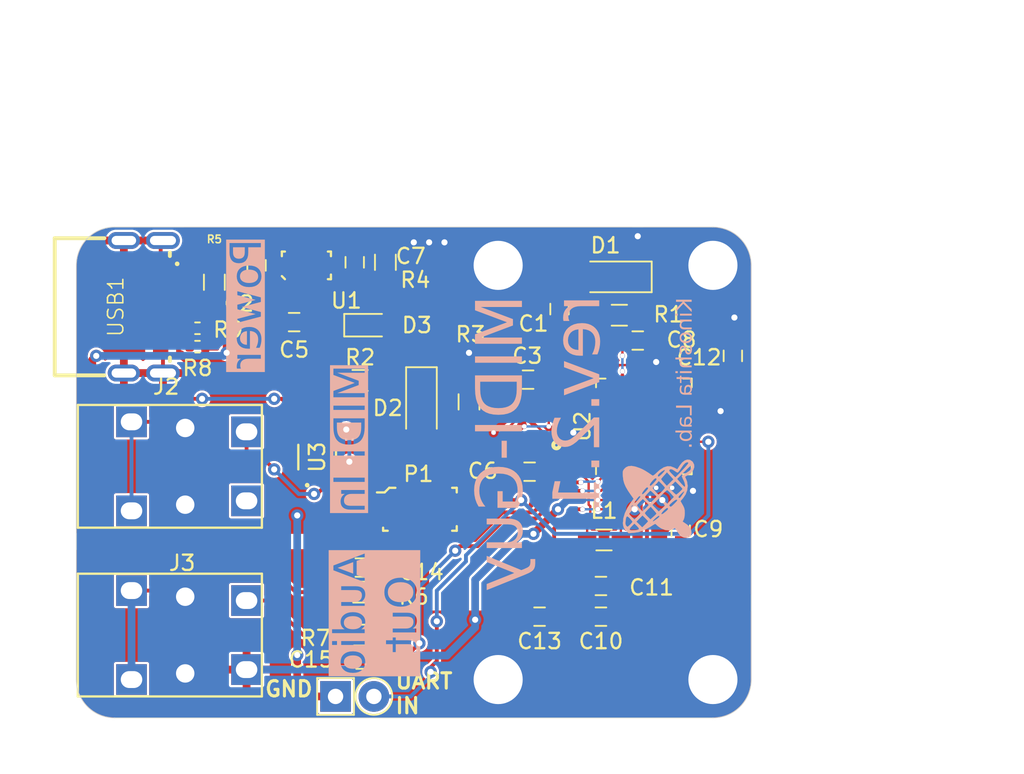
<source format=kicad_pcb>
(kicad_pcb (version 20240108) (generator "pcbnew") (generator_version "8.0")
  (layers (0 "F.Cu" signal) (31 "B.Cu" signal) (34 "B.Paste" user) (35 "F.Paste" user) (36 "B.SilkS" user "B.Silkscreen") (37 "F.SilkS" user "F.Silkscreen") (38 "B.Mask" user) (39 "F.Mask" user) (44 "Edge.Cuts" user))
  (net 0 "")
  (net 1 "Net-(D1-A)")
  (net 2 "GND")
  (net 3 "+3V3")
  (net 4 "Net-(U2D-X1)")
  (net 5 "GNDA")
  (net 6 "Net-(U1-NOISE)")
  (net 7 "Net-(C14-Pad1)")
  (net 8 "Net-(U2D-X2)")
  (net 9 "Net-(C15-Pad1)")
  (net 10 "Net-(U2D-OUTVC12)")
  (net 11 "Net-(U2C-MICIN)")
  (net 12 "Net-(U2C-VCM)")
  (net 13 "Net-(U2C-AOUTL)")
  (net 14 "Net-(U2C-AOUTR)")
  (net 15 "Net-(D2-K)")
  (net 16 "Net-(U2B-MIDI_IN)")
  (net 35 "Net-(D3-A)")
  (net 36 "Net-(U1-CONTROL)")
  (net 37 "Net-(U2A-VA33)")
  (net 38 "Net-(USB1-CC2)")
  (net 39 "Net-(USB1-CC1)")
  (net 47 "A1")
  (net 48 "in_R")
  (net 49 "in_T")
  (net 50 "C1")
  (footprint "Capacitors_SMD:C_0603_HandSoldering" (layer "F.Cu") (at 70.2 49.2 180)
    (property "Reference" "C5")
    (property "Value" "0.01u")
  )
  (footprint "Capacitors_SMD:C_0603_HandSoldering" (layer "F.Cu") (at 74.15 45.3 -90)
    (property "Reference" "C7")
    (property "Value" "10u")
  )
  (footprint "Capacitors_SMD:C_0603_HandSoldering" (layer "F.Cu") (at 87.5 48.35 -90)
    (property "Reference" "C1")
    (property "Value" "1u")
  )
  (footprint "Capacitors_SMD:C_0603_HandSoldering" (layer "F.Cu") (at 85.45 52.95 180)
    (property "Reference" "C3")
    (property "Value" "10p")
  )
  (footprint "Capacitors_SMD:C_0603_HandSoldering" (layer "F.Cu") (at 85.55 58.95 180)
    (property "Reference" "C6")
    (property "Value" "10p")
  )
  (footprint "Capacitors_SMD:C_0603_HandSoldering" (layer "F.Cu") (at 90.2 68.4 180)
    (property "Reference" "C10")
    (property "Value" "1u")
  )
  (footprint "Capacitors_SMD:C_0603_HandSoldering" (layer "F.Cu") (at 86.2 68.4)
    (property "Reference" "C13")
    (property "Value" "0.1u")
  )
  (footprint "Capacitors_SMD:C_0603_HandSoldering" (layer "F.Cu") (at 95.4 62.8 -90)
    (property "Reference" "C9")
    (property "Value" "0.1u")
  )
  (footprint "Capacitors_SMD:C_0603_HandSoldering" (layer "F.Cu") (at 74.55 65.2)
    (property "Reference" "C14")
    (property "Value" "10u")
  )
  (footprint "Capacitors_SMD:C_0603_HandSoldering" (layer "F.Cu") (at 74.6 71.2)
    (property "Reference" "C15")
    (property "Value" "10u")
  )
  (footprint "Capacitors_SMD:C_0603_HandSoldering" (layer "F.Cu") (at 90.2 66.4)
    (property "Reference" "C11")
    (property "Value" "0.1u")
  )
  (footprint "Capacitors_SMD:C_0603_HandSoldering" (layer "F.Cu") (at 98.8 51.4 -90)
    (property "Reference" "C12")
    (property "Value" "0.1u")
  )
  (footprint "Capacitors_SMD:C_0603_HandSoldering" (layer "F.Cu") (at 92.6 50.4)
    (property "Reference" "C8")
    (property "Value" "4.7u")
  )
  (footprint "Diode_SMD:D_SOD-123" (layer "F.Cu") (at 91.15 46.25 180)
    (property "Reference" "D1")
    (property "Value" "SM4007PL")
  )
  (footprint "Diode_SMD:D_SOD-123" (layer "F.Cu") (at 78.5 54.5 -90)
    (property "Reference" "D2")
    (property "Value" "SM4007PL")
  )
  (footprint "Inductors_SMD:L_0603_HandSoldering" (layer "F.Cu") (at 90.4 63.4)
    (property "Reference" "L1")
    (property "Value" "GZ1608D222TF")
  )
  (footprint "mylib:TLP291" (layer "F.Cu") (at 78.4 61.4 -90)
    (property "Reference" "P1")
    (property "Value" "TLP291(GB-TP,SE")
  )
  (footprint "Resistors_SMD:R_0603_HandSoldering" (layer "F.Cu") (at 74.5 53 180)
    (property "Reference" "R2")
    (property "Value" "220")
  )
  (footprint "Resistors_SMD:R_0603_HandSoldering" (layer "F.Cu") (at 91.4 48.75 180)
    (property "Reference" "R1")
    (property "Value" "10k")
  )
  (footprint "Resistors_SMD:R_0603_HandSoldering" (layer "F.Cu") (at 76.15 45.3 -90)
    (property "Reference" "R4")
    (property "Value" "1k")
  )
  (footprint "mylib:TAR5S33_Akizuki_Toshiba_SSOP5" (layer "F.Cu") (at 71 45.5)
    (property "Reference" "U1")
    (property "Value" "TAR5S33")
  )
  (footprint "my_footprint:SAM2695_QFN-48-6x6mm_Pitch0.4mm" (layer "F.Cu") (at 93 56 90)
    (property "Reference" "U2")
    (property "Value" "SAM2695")
  )
  (footprint "snapeda:OSCSC320X250X100N" (layer "F.Cu") (at 85.55 55.95 180)
    (property "Reference" "Y1" (hide yes))
    (property "Value" "TAXM12M4RDBCCT2T" (hide yes))
  )
  (footprint "Capacitors_SMD:C_0603_HandSoldering" (layer "F.Cu") (at 67.75 45.5 -90)
    (property "Reference" "C2")
    (property "Value" "10u")
  )
  (footprint "Resistors_SMD:R_0603_HandSoldering" (layer "F.Cu") (at 74.55 66.8 180)
    (property "Reference" "R6")
    (property "Value" "47k")
  )
  (footprint "Resistors_SMD:R_0603_HandSoldering" (layer "F.Cu") (at 74.6 69.6 180)
    (property "Reference" "R7")
    (property "Value" "47k")
  )
  (footprint "Resistors_SMD:R_0603_HandSoldering" (layer "F.Cu") (at 65 46.6 90)
    (property "Reference" "R5")
    (property "Value" "0")
  )
  (footprint "Resistors_SMD:R_0603_HandSoldering" (layer "F.Cu") (at 81.6 54.4 90)
    (property "Reference" "R3")
    (property "Value" "220")
  )
  (footprint "Mounting_Holes:MountingHole_3.2mm_M3_DIN965" (layer "F.Cu") (at 97.5 45.5)
    (property "Reference" "REFe" (hide yes))
    (property "Value" "MountingHole_3.2mm_M3_DIN965" (hide yes))
  )
  (footprint "Mounting_Holes:MountingHole_3.2mm_M3_DIN965" (layer "F.Cu") (at 83.5 72.5)
    (property "Reference" "REF**" (hide yes))
    (property "Value" "MountingHole_3.2mm_M3_DIN965" (hide yes))
  )
  (footprint "Mounting_Holes:MountingHole_3.2mm_M3_DIN965" (layer "F.Cu") (at 97.5 72.5)
    (property "Reference" "REF**" (hide yes))
    (property "Value" "MountingHole_3.2mm_M3_DIN965" (hide yes))
  )
  (footprint "Revbox_lib:HRO TYPE-C-31-M-08A" (layer "F.Cu") (at 60.375 48.2 -90)
    (property "Reference" "USB1")
    (property "Value" "~")
  )
  (footprint "Mounting_Holes:MountingHole_3.2mm_M3_DIN965" (layer "F.Cu") (at 83.5 45.5)
    (property "Reference" "REFe" (hide yes))
    (property "Value" "MountingHole_3.2mm_M3_DIN965" (hide yes))
  )
  (footprint "Resistor_SMD:R_0402_1005Metric" (layer "F.Cu") (at 63.9 50.8 180)
    (property "Reference" "R8")
    (property "Value" "5.1k")
  )
  (footprint "Resistor_SMD:R_0402_1005Metric" (layer "F.Cu") (at 63.9 49.6)
    (property "Reference" "R9")
    (property "Value" "5.1k")
  )
  (footprint "LED_SMD:LED_0603_1608Metric_Pad1.05x0.95mm_HandSolder" (layer "F.Cu") (at 75.125 49.4)
    (property "Reference" "D3")
    (property "Value" "LED")
  )
  (footprint "ultra_librarian:SOT-363_DIO" (layer "F.Cu") (at 71.7 58 90)
    (property "Reference" "U3")
    (property "Value" "BAS40DW-04-7-F")
  )
  (footprint "TestPoint:TestPoint_THTPad_2.0x2.0mm_Drill1.0mm" (layer "F.Cu") (at 72.9 73.6)
    (property "Reference" "TP2" (hide yes))
    (property "Value" "TestPoint")
  )
  (footprint "my_footprint:3.5mm_Stereo_TRS_PJ-3210-4A_and_ST-005-G" (layer "F.Cu") (at 56.1 69.6)
    (property "Reference" "J3")
    (property "Value" "AudioJack3")
  )
  (footprint "my_footprint:3.5mm_Stereo_TRS_PJ-3210-4A_and_ST-005-G" (layer "F.Cu") (at 56.1 58.6)
    (property "Reference" "J2")
    (property "Value" "AudioJack3")
  )
  (footprint "TestPoint:TestPoint_THTPad_D2.0mm_Drill1.0mm" (layer "F.Cu") (at 75.4 73.6)
    (property "Reference" "TP1" (hide yes))
    (property "Value" "TestPoint")
  )
  (footprint "my_footprint:kinoshita-logo_simplified_600dpi" (layer "B.Cu") (at 93.95 60.7 -90)
    (property "Reference" "G***" (hide yes))
    (property "Value" "LOGO" (hide yes))
  )
  (gr_poly (pts (xy 89.62 58.32) (xy 89.83 58.32) (xy 89.83 58.08) (xy 89.62 58.08)) (fill solid) (layer "F.Cu") (net 2))
  (gr_poly (pts (xy 89.61 57.12) (xy 89.82 57.12) (xy 89.82 56.88) (xy 89.61 56.88)) (fill solid) (layer "F.Cu") (net 2))
  (gr_poly (pts (xy 91.32 52.81) (xy 91.32 52.6) (xy 91.08 52.6) (xy 91.08 52.81)) (fill solid) (layer "F.Cu") (net 3))
  (gr_poly (pts (xy 96.4 58.08) (xy 96.19 58.08) (xy 96.19 58.32) (xy 96.4 58.32)) (fill solid) (layer "F.Cu") (net 2))
  (gr_poly (pts (xy 92.12 52.81) (xy 92.12 52.6) (xy 91.88 52.6) (xy 91.88 52.81)) (fill solid) (layer "F.Cu") (net 20))
  (gr_poly (pts (xy 91.08 59.19) (xy 91.08 59.4) (xy 91.32 59.4) (xy 91.32 59.19)) (fill solid) (layer "F.Cu") (net 14))
  (gr_poly (pts (xy 89.6 54.72) (xy 89.81 54.72) (xy 89.81 54.48) (xy 89.6 54.48)) (fill solid) (layer "F.Cu") (net 4))
  (gr_poly (pts (xy 89.6 55.92) (xy 89.81 55.92) (xy 89.81 55.68) (xy 89.6 55.68)) (fill solid) (layer "F.Cu") (net 19))
  (gr_poly (pts (xy 93.08 59.19) (xy 93.08 59.4) (xy 93.32 59.4) (xy 93.32 59.19)) (fill solid) (layer "F.Cu") (net 11))
  (gr_poly (pts (xy 96.4 55.68) (xy 96.19 55.68) (xy 96.19 55.92) (xy 96.4 55.92)) (fill solid) (layer "F.Cu") (net 31))
  (gr_poly (pts (xy 91.48 59.19) (xy 91.48 59.4) (xy 91.72 59.4) (xy 91.72 59.19)) (fill solid) (layer "F.Cu") (net 33))
  (gr_poly (pts (xy 90.92 52.81) (xy 90.92 52.6) (xy 90.68 52.6) (xy 90.68 52.81)) (fill solid) (layer "F.Cu") (net 2))
  (gr_poly (pts (xy 96.4 57.28) (xy 96.19 57.28) (xy 96.19 57.52) (xy 96.4 57.52)) (fill solid) (layer "F.Cu") (net 2))
  (gr_poly (pts (xy 93.88 59.19) (xy 93.88 59.4) (xy 94.12 59.4) (xy 94.12 59.19)) (fill solid) (layer "F.Cu") (net 2))
  (gr_poly (pts (xy 94.12 52.81) (xy 94.12 52.6) (xy 93.88 52.6) (xy 93.88 52.81)) (fill solid) (layer "F.Cu") (net 24))
  (gr_poly (pts (xy 96.4 56.88) (xy 96.19 56.88) (xy 96.19 57.12) (xy 96.4 57.12)) (fill solid) (layer "F.Cu") (net 16))
  (gr_poly (pts (xy 92.68 59.19) (xy 92.68 59.4) (xy 92.92 59.4) (xy 92.92 59.19)) (fill solid) (layer "F.Cu") (net 37))
  (gr_poly (pts (xy 89.61 56.72) (xy 89.82 56.72) (xy 89.82 56.48) (xy 89.61 56.48)) (fill solid) (layer "F.Cu") (net 17))
  (gr_poly (pts (xy 93.48 59.19) (xy 93.48 59.4) (xy 93.72 59.4) (xy 93.72 59.19)) (fill solid) (layer "F.Cu") (net 3))
  (gr_poly (pts (xy 94.92 52.81) (xy 94.92 52.6) (xy 94.68 52.6) (xy 94.68 52.81)) (fill solid) (layer "F.Cu") (net 26))
  (gr_poly (pts (xy 94.68 59.19) (xy 94.68 59.4) (xy 94.92 59.4) (xy 94.92 59.19)) (fill solid) (layer "F.Cu") (net 3))
  (gr_poly (pts (xy 89.6 55.12) (xy 89.81 55.12) (xy 89.81 54.88) (xy 89.6 54.88)) (fill solid) (layer "F.Cu") (net 8))
  (gr_poly (pts (xy 93.72 52.81) (xy 93.72 52.6) (xy 93.48 52.6) (xy 93.48 52.81)) (fill solid) (layer "F.Cu") (net 23))
  (gr_poly (pts (xy 96.4 56.48) (xy 96.19 56.48) (xy 96.19 56.72) (xy 96.4 56.72)) (fill solid) (layer "F.Cu") (net 32))
  (gr_poly (pts (xy 91.88 59.18) (xy 91.88 59.39) (xy 92.12 59.39) (xy 92.12 59.18)) (fill solid) (layer "F.Cu") (net 5))
  (gr_poly (pts (xy 89.6 57.92) (xy 89.81 57.92) (xy 89.81 57.68) (xy 89.6 57.68)) (fill solid) (layer "F.Cu") (net 3))
  (gr_poly (pts (xy 92.52 52.81) (xy 92.52 52.6) (xy 92.28 52.6) (xy 92.28 52.81)) (fill solid) (layer "F.Cu") (net 21))
  (gr_poly (pts (xy 92.28 59.19) (xy 92.28 59.4) (xy 92.52 59.4) (xy 92.52 59.19)) (fill solid) (layer "F.Cu") (net 12))
  (gr_poly (pts (xy 94.52 52.81) (xy 94.52 52.6) (xy 94.28 52.6) (xy 94.28 52.81)) (fill solid) (layer "F.Cu") (net 25))
  (gr_poly (pts (xy 96.4 54.48) (xy 96.19 54.48) (xy 96.19 54.72) (xy 96.4 54.72)) (fill solid) (layer "F.Cu") (net 29))
  (gr_poly (pts (xy 89.6 54.32) (xy 89.81 54.32) (xy 89.81 54.08) (xy 89.6 54.08)) (fill solid) (layer "F.Cu") (net 1))
  (gr_poly (pts (xy 89.6 55.52) (xy 89.81 55.52) (xy 89.81 55.28) (xy 89.6 55.28)) (fill solid) (layer "F.Cu") (net 3))
  (gr_poly (pts (xy 96.4 55.28) (xy 96.19 55.28) (xy 96.19 55.52) (xy 96.4 55.52)) (fill solid) (layer "F.Cu") (net 3))
  (gr_poly (pts (xy 90.68 59.19) (xy 90.68 59.4) (xy 90.92 59.4) (xy 90.92 59.19)) (fill solid) (layer "F.Cu") (net 13))
  (gr_poly (pts (xy 96.4 54.88) (xy 96.19 54.88) (xy 96.19 55.12) (xy 96.4 55.12)) (fill solid) (layer "F.Cu") (net 30))
  (gr_poly (pts (xy 95.08 59.19) (xy 95.08 59.4) (xy 95.32 59.4) (xy 95.32 59.19)) (fill solid) (layer "F.Cu") (net 3))
  (gr_poly (pts (xy 89.6 56.32) (xy 89.81 56.32) (xy 89.81 56.08) (xy 89.6 56.08)) (fill solid) (layer "F.Cu") (net 18))
  (gr_poly (pts (xy 89.6 53.92) (xy 89.81 53.92) (xy 89.81 53.68) (xy 89.6 53.68)) (fill solid) (layer "F.Cu") (net 2))
  (gr_poly (pts (xy 89.6 57.52) (xy 89.81 57.52) (xy 89.81 57.28) (xy 89.6 57.28)) (fill solid) (layer "F.Cu") (net 3))
  (gr_poly (pts (xy 96.4 57.68) (xy 96.19 57.68) (xy 96.19 57.92) (xy 96.4 57.92)) (fill solid) (layer "F.Cu") (net 2))
  (gr_poly (pts (xy 91.72 52.81) (xy 91.72 52.6) (xy 91.48 52.6) (xy 91.48 52.81)) (fill solid) (layer "F.Cu") (net 10))
  (gr_poly (pts (xy 93.32 52.81) (xy 93.32 52.6) (xy 93.08 52.6) (xy 93.08 52.81)) (fill solid) (layer "F.Cu") (net 22))
  (gr_poly (pts (xy 96.4 54.08) (xy 96.19 54.08) (xy 96.19 54.32) (xy 96.4 54.32)) (fill solid) (layer "F.Cu") (net 28))
  (gr_poly (pts (xy 94.28 59.19) (xy 94.28 59.4) (xy 94.52 59.4) (xy 94.52 59.19)) (fill solid) (layer "F.Cu") (net 2))
  (gr_arc (start 58.5 75) (mid 56.732233 74.267767) (end 56 72.5) (stroke (width 0.05)) (layer "Edge.Cuts"))
  (gr_line (start 58.5 43) (end 97.5 43) (stroke (width 0.05)) (layer "Edge.Cuts"))
  (gr_line (start 100 45.5) (end 100 72.5) (stroke (width 0.05)) (layer "Edge.Cuts"))
  (gr_line (start 56 72.5) (end 56 45.5) (stroke (width 0.05)) (layer "Edge.Cuts"))
  (gr_arc (start 100 72.5) (mid 99.267767 74.267767) (end 97.5 75) (stroke (width 0.05)) (layer "Edge.Cuts"))
  (gr_arc (start 56 45.5) (mid 56.732233 43.732234) (end 58.5 43) (stroke (width 0.05)) (layer "Edge.Cuts"))
  (gr_line (start 97.5 75) (end 58.5 75) (stroke (width 0.05)) (layer "Edge.Cuts"))
  (gr_arc (start 97.5 43) (mid 99.267766 43.732233) (end 100 45.5) (stroke (width 0.05)) (layer "Edge.Cuts"))
  (gr_text "Audio\nOut" (at 75.65 68.24 90) (layer "B.SilkS" knockout) (effects (font (size 2 2) (thickness 0.2)) (justify mirror)))
  (gr_text "Kinoshita Lab." (at 95.7 47.6 90) (layer "B.SilkS") (effects (font (size 1 1) (thickness 0.1)) (justify left mirror)))
  (gr_text "MIDI-Guy\nrev.2.1" (at 90.6 47.4 90) (layer "B.SilkS") (effects (font (size 3 3)) (justify left bottom mirror)))
  (gr_text "Power" (at 67.2 48 90) (layer "B.SilkS" knockout) (effects (font (size 2 2) (thickness 0.2)) (justify mirror)))
  (gr_text "MIDI In" (at 73.97 56.81 90) (layer "B.SilkS" knockout) (effects (font (size 2 2) (thickness 0.2)) (justify mirror)))
  (gr_text "UART\nIN" (at 76.7 74.8 0) (layer "F.SilkS") (effects (font (size 1 1) (thickness 0.2) (bold yes)) (justify left bottom)))
  (gr_text "GND" (at 68.2 73.7 0) (layer "F.SilkS") (effects (font (size 1 1) (thickness 0.2) (bold yes)) (justify left bottom)))
  (segment (start 89.4 51.9) (end 89.6 51.9) (width 0.1525) (layer "F.Cu") (net 1))
  (segment (start 88.9 52.4) (end 89.4 51.9) (width 0.1525) (layer "F.Cu") (net 1))
  (segment (start 88.9 53.9) (end 88.9 52.4) (width 0.1525) (layer "F.Cu") (net 1))
  (segment (start 89.6 50.4) (end 90.3 49.7) (width 0.1525) (layer "F.Cu") (net 1))
  (segment (start 87.5 46.55) (end 87.8 46.25) (width 0.1525) (layer "F.Cu") (net 1))
  (segment (start 89.2 54.2) (end 88.9 53.9) (width 0.1525) (layer "F.Cu") (net 1))
  (segment (start 89.705 54.2) (end 89.2 54.2) (width 0.1525) (layer "F.Cu") (net 1))
  (segment (start 87.5 47.4) (end 87.5 46.55) (width 0.1525) (layer "F.Cu") (net 1))
  (segment (start 89.6 51.9) (end 89.6 50.4) (width 0.1525) (layer "F.Cu") (net 1))
  (segment (start 89.75 48.2) (end 90.3 48.75) (width 0.25) (layer "F.Cu") (net 1))
  (segment (start 89.75 46.25) (end 89.75 48.2) (width 0.25) (layer "F.Cu") (net 1))
  (segment (start 90.14 54.2) (end 89.6475 54.2) (width 0.1525) (layer "F.Cu") (net 1))
  (segment (start 89.5 46.25) (end 87.8 46.25) (width 0.1525) (layer "F.Cu") (net 1))
  (segment (start 90.3 49.7) (end 90.3 48.75) (width 0.1525) (layer "F.Cu") (net 1))
  (segment (start 90.14 58.2) (end 90.8 58.2) (width 0.1525) (layer "F.Cu") (net 2))
  (segment (start 86.8 55.25) (end 86.4 54.85) (width 0.1525) (layer "F.Cu") (net 2))
  (segment (start 95.86 57.8) (end 95.4 57.8) (width 0.1525) (layer "F.Cu") (net 2))
  (segment (start 95.86 57.4) (end 95.86 57.8) (width 0.1525) (layer "F.Cu") (net 2))
  (segment (start 94 58.86) (end 94 57) (width 0.1525) (layer "F.Cu") (net 2))
  (segment (start 61.65 52.52) (end 61.65 51.15) (width 0.25) (layer "F.Cu") (net 2))
  (segment (start 72.9 73.8) (end 72.9 73.4) (width 0.5) (layer "F.Cu") (net 2))
  (segment (start 71.4 73.6) (end 72.9 73.6) (width 0.5) (layer "F.Cu") (net 2))
  (segment (start 94.4 58.86) (end 94 58.86) (width 0.1525) (layer "F.Cu") (net 2))
  (segment (start 90.14 57) (end 92 57) (width 0.1525) (layer "F.Cu") (net 2))
  (segment (start 94.4 60.6) (end 94.2 60.8) (width 0.25) (layer "F.Cu") (net 2))
  (segment (start 84.7 56.5) (end 85.2 56) (width 0.1525) (layer "F.Cu") (net 2))
  (segment (start 84.7 57.05) (end 84.7 56.5) (width 0.1525) (layer "F.Cu") (net 2))
  (segment (start 61.65 51.15) (end 61.5 51) (width 0.25) (layer "F.Cu") (net 2))
  (segment (start 95.86 57.8) (end 95.86 58.2) (width 0.1525) (layer "F.Cu") (net 2))
  (segment (start 95.86 56.2) (end 97.25 56.2) (width 0.25) (layer "F.Cu") (net 2))
  (segment (start 90.8 58.2) (end 93 56) (width 0.1525) (layer "F.Cu") (net 2))
  (segment (start 92 57) (end 93 56) (width 0.1525) (layer "F.Cu") (net 2))
  (segment (start 61.5 44.03) (end 61.65 43.88) (width 0.25) (layer "F.Cu") (net 2))
  (segment (start 94 57) (end 93 56) (width 0.1525) (layer "F.Cu") (net 2))
  (segment (start 94.4 58.86) (end 94.4 59.8) (width 0.1525) (layer "F.Cu") (net 2))
  (segment (start 94.4 59.8) (end 94.4 60.6) (width 0.25) (layer "F.Cu") (net 2))
  (segment (start 70.4 72.6) (end 71.4 73.6) (width 0.5) (layer "F.Cu") (net 2))
  (segment (start 95.4 57.8) (end 93 56) (width 0.1525) (layer "F.Cu") (net 2))
  (segment (start 61.5 45.4) (end 61.5 44.03) (width 0.25) (layer "F.Cu") (net 2))
  (segment (start 86.8 56) (end 86.8 55.25) (width 0.1525) (layer "F.Cu") (net 2))
  (segment (start 70.4 70.9) (end 70.4 72.6) (width 0.5) (layer "F.Cu") (net 2))
  (via (at 94.2 60.8) (size 0.8) (drill 0.4) (layers "F.Cu" "B.Cu") (net 2))
  (via (at 86.8 56) (size 0.32) (drill 0.3) (layers "F.Cu" "B.Cu") (net 2))
  (via (at 85.2 56) (size 0.32) (drill 0.3) (layers "F.Cu" "B.Cu") (net 2))
  (via (at 92.4 61.4) (size 0.8) (drill 0.4) (layers "F.Cu" "B.Cu") (net 2))
  (via (at 70.4 70.9) (size 0.8) (drill 0.4) (layers "F.Cu" "B.Cu") (net 2))
  (via (at 83.2 56.4) (size 0.32) (drill 0.3) (layers "F.Cu" "B.Cu") (net 2))
  (via (at 70.4 61.8) (size 0.8) (drill 0.4) (layers "F.Cu" "B.Cu") (net 2))
  (segment (start 93 60.8) (end 92.4 61.4) (width 0.25) (layer "B.Cu") (net 2))
  (segment (start 70.4 70.9) (end 70.4 61.8) (width 0.5) (layer "B.Cu") (net 2))
  (segment (start 85.2 56) (end 86.8 56) (width 0.1525) (layer "B.Cu") (net 2))
  (segment (start 85.2 56) (end 83.6 56) (width 0.1525) (layer "B.Cu") (net 2))
  (segment (start 83.6 56) (end 83.2 56.4) (width 0.1525) (layer "B.Cu") (net 2))
  (segment (start 94.2 60.8) (end 93 60.8) (width 0.25) (layer "B.Cu") (net 2))
  (segment (start 95.35 59.65) (end 95.65 59.65) (width 0.1525) (layer "F.Cu") (net 3))
  (segment (start 89.3 63.4) (end 89.3 66.35) (width 0.25) (layer "F.Cu") (net 3))
  (segment (start 88.4 56.4) (end 88.4 56.6) (width 0.1525) (layer "F.Cu") (net 3))
  (segment (start 89.571349 57.371349) (end 89.2 57.371349) (width 0.1525) (layer "F.Cu") (net 3))
  (segment (start 95.35 61.6) (end 95.35 60.05) (width 0.1525) (layer "F.Cu") (net 3))
  (segment (start 95.35 59.01) (end 95.2 58.86) (width 0.1525) (layer "F.Cu") (net 3))
  (segment (start 89.4 59.6) (end 89.4 61.1) (width 0.1525) (layer "F.Cu") (net 3))
  (segment (start 95.35 59.55) (end 95.35 59.01) (width 0.1525) (layer "F.Cu") (net 3))
  (segment (start 74.15 44.35) (end 72 44.35) (width 0.5) (layer "F.Cu") (net 3))
  (segment (start 88.828651 57.371349) (end 88.8 57.4) (width 0.1525) (layer "F.Cu") (net 3))
  (segment (start 95.35 59.65) (end 95.35 59.55) (width 0.1525) (layer "F.Cu") (net 3))
  (segment (start 91.2 53.14) (end 91.2 52.2) (width 0.1525) (layer "F.Cu") (net 3))
  (segment (start 90.14 57.8) (end 90.14 57.4) (width 0.1525) (layer "F.Cu") (net 3))
  (segment (start 77.8 44.2) (end 78 44) (width 0.5) (layer "F.Cu") (net 3))
  (segment (start 89.3 61.9) (end 89.3 63.4) (width 0.1525) (layer "F.Cu") (net 3))
  (segment (start 95.3 60) (end 95.35 60.05) (width 0.1525) (layer "F.Cu") (net 3))
  (segment (start 92.55 46.25) (end 92.55 43.65) (width 0.25) (layer "F.Cu") (net 3))
  (segment (start 72 44.35) (end 71.95 44.3) (width 0.5) (layer "F.Cu") (net 3))
  (segment (start 88.7 58.9) (end 89.4 59.6) (width 0.1525) (layer "F.Cu") (net 3))
  (segment (start 88.7 58.1) (end 88.7 58.9) (width 0.1525) (layer "F.Cu") (net 3))
  (segment (start 92.8 52) (end 93.6 52) (width 0.1525) (layer "F.Cu") (net 3))
  (segment (start 88.7 55.4) (end 88.4 55.7) (width 0.1525) (layer "F.Cu") (net 3))
  (segment (start 97.6 55.4) (end 98 55) (width 0.25) (layer "F.Cu") (net 3))
  (segment (start 96.8 55.4) (end 97.6 55.4) (width 0.25) (layer "F.Cu") (net 3))
  (segment (start 92.8 53.14) (end 92.8 52) (width 0.1525) (layer "F.Cu") (net 3))
  (segment (start 88.8 57.4) (end 88.8 58) (width 0.1525) (layer "F.Cu") (net 3))
  (segment (start 89.4 61.1) (end 89.50491 61.20491) (width 0.1525) (layer "F.Cu") (net 3))
  (segment (start 89.50491 61.20491) (end 89.50491 61.69509) (width 0.1525) (layer "F.Cu") (net 3))
  (segment (start 93.6 59.8) (end 93.8 60) (width 0.1525) (layer "F.Cu") (net 3))
  (segment (start 95.86 55.4) (end 96.8 55.4) (width 0.1525) (layer "F.Cu") (net 3))
  (segment (start 98.8 50.45) (end 98.8 49) (width 0.5) (layer "F.Cu") (net 3))
  (segment (start 93.6 58.86) (end 93.6 59.8) (width 0.1525) (layer "F.Cu") (net 3))
  (segment (start 92.2 52) (end 92.8 52) (width 0.1525) (layer "F.Cu") (net 3))
  (segment (start 74.15 44.35) (end 76 44.35) (width 0.5) (layer "F.Cu") (net 3))
  (segment (start 76 44.35) (end 76.15 44.2) (width 0.5) (layer "F.Cu") (net 3))
  (segment (start 79 44) (end 80 44) (width 0.5) (layer "F.Cu") (net 3))
  (segment (start 92.55 46.25) (end 92.55 48.7) (width 0.25) (layer "F.Cu") (net 3))
  (segment (start 88.8 57.4) (end 88.8 56.8) (width 0.1525) (layer "F.Cu") (net 3))
  (segment (start 92.55 43.65) (end 92.6 43.6) (width 0.25) (layer "F.Cu") (net 3))
  (segment (start 95.2 58.86) (end 94.8 58.86) (width 0.1525) (layer "F.Cu") (net 3))
  (segment (start 88.8 56.8) (end 88.4 56.4) (width 0.1525) (layer "F.Cu") (net 3))
  (segment (start 88.4 55.7) (end 88.4 56.4) (width 0.1525) (layer "F.Cu") (net 3))
  (segment (start 89.705 55.4) (end 88.7 55.4) (width 0.1525) (layer "F.Cu") (net 3))
  (segment (start 91.2 52.2) (end 91.4 52) (width 0.1525) (layer "F.Cu") (net 3))
  (segment (start 89.3 66.35) (end 89.25 66.4) (width 0.25) (layer "F.Cu") (net 3))
  (segment (start 88.8 58) (end 88.7 58.1) (width 0.1525) (layer "F.Cu") (net 3))
  (segment (start 81.6 53.3) (end 81.6 51.2) (width 0.5) (layer "F.Cu") (net 3))
  (segment (start 78 44) (end 79 44) (width 0.5) (layer "F.Cu") (net 3))
  (segment (start 88.428651 56.371349) (end 88.4 56.4) (width 0.1525) (layer "F.Cu") (net 3))
  (segment (start 89.6 57.4) (end 89.571349 57.371349) (width 0.1525) (layer "F.Cu") (net 3))
  (segment (start 93.6 52) (end 93.8 51.8) (width 0.1525) (layer "F.Cu") (net 3))
  (segment (start 91.4 52) (end 92.2 52) (width 0.1525) (layer "F.Cu") (net 3))
  (segment (start 90.14 57.4) (end 89.6 57.4) (width 0.1525) (layer "F.Cu") (net 3))
  (segment (start 76.15 44.2) (end 77.8 44.2) (width 0.5) (layer "F.Cu") (net 3))
  (segment (start 89.2 57.371349) (end 88.828651 57.371349) (width 0.1525) (layer "F.Cu") (net 3))
  (segment (start 95.65 59.65) (end 96.2 60.2) (width 0.1525) (layer "F.Cu") (net 3))
  (segment (start 95.35 60.05) (end 95.35 59.65) (width 0.1525) (layer "F.Cu") (net 3))
  (segment (start 94.8374 60) (end 95.3 60) (width 0.1525) (layer "F.Cu") (net 3))
  (segment (start 89.50491 61.69509) (end 89.3 61.9) (width 0.1525) (layer "F.Cu") (net 3))
  (segment (start 92.55 48.7) (end 92.5 48.75) (width 0.25) (layer "F.Cu") (net 3))
  (via (at 79 44) (size 0.8) (drill 0.4) (layers "F.Cu" "B.Cu") (net 3))
  (via (at 96.2 60.2) (size 0.8) (drill 0.4) (layers "F.Cu" "B.Cu") (net 3))
  (via (at 88.4 56.4) (size 0.8) (drill 0.4) (layers "F.Cu" "B.Cu") (net 3))
  (via (at 81.6 51.2) (size 0.8) (drill 0.4) (layers "F.Cu" "B.Cu") (net 3))
  (via (at 80 44) (size 0.8) (drill 0.4) (layers "F.Cu" "B.Cu") (net 3))
  (via (at 98.9 48.9) (size 0.8) (drill 0.4) (layers "F.Cu" "B.Cu") (net 3))
  (via (at 94.8374 60) (size 0.32) (drill 0.3) (layers "F.Cu" "B.Cu") (net 3))
  (via (at 92.6 43.6) (size 0.8) (drill 0.4) (layers "F.Cu" "B.Cu") (net 3))
  (via (at 78 44) (size 0.8) (drill 0.4) (layers "F.Cu" "B.Cu") (net 3))
  (via (at 93.8 60) (size 0.32) (drill 0.3) (layers "F.Cu" "B.Cu") (net 3))
  (via (at 98 55) (size 0.8) (drill 0.4) (layers "F.Cu" "B.Cu") (net 3))
  (via (at 93.8 51.8) (size 0.8) (drill 0.4) (layers "F.Cu" "B.Cu") (net 3))
  (segment (start 93.8 60) (end 94.8374 60) (width 0.1525) (layer "B.Cu") (net 3))
  (segment (start 86.0775 53.8) (end 86.4 53.4775) (width 0.1525) (layer "F.Cu") (net 4))
  (segment (start 87.7 53.1) (end 87.7 54.3) (width 0.1525) (layer "F.Cu") (net 4))
  (segment (start 87.7 54.3) (end 88 54.6) (width 0.1525) (layer "F.Cu") (net 4))
  (segment (start 86.4 53.4775) (end 86.4 52.95) (width 0.1525) (layer "F.Cu") (net 4))
  (segment (start 86.4 57.05) (end 86.4 56.3475) (width 0.1525) (layer "F.Cu") (net 4))
  (segment (start 85.6825 55.8525) (end 85.56 55.73) (width 0.1525) (layer "F.Cu") (net 4))
  (segment (start 87.55 52.95) (end 87.7 53.1) (width 0.1525) (layer "F.Cu") (net 4))
  (segment (start 85.9025 55.8525) (end 85.6825 55.8525) (width 0.1525) (layer "F.Cu") (net 4))
  (segment (start 86.4 56.3475) (end 86.0525 56) (width 0.1525) (layer "F.Cu") (net 4))
  (segment (start 86.05 56) (end 85.9025 55.8525) (width 0.1525) (layer "F.Cu") (net 4))
  (segment (start 85.56 54.04) (end 85.8 53.8) (width 0.1525) (layer "F.Cu") (net 4))
  (segment (start 86.4 52.95) (end 87.55 52.95) (width 0.1525) (layer "F.Cu") (net 4))
  (segment (start 85.56 55.73) (end 85.56 54.04) (width 0.1525) (layer "F.Cu") (net 4))
  (segment (start 85.8 53.8) (end 86.0775 53.8) (width 0.1525) (layer "F.Cu") (net 4))
  (segment (start 88 54.6) (end 90.14 54.6) (width 0.1525) (layer "F.Cu") (net 4))
  (segment (start 86.0525 56) (end 86.05 56) (width 0.1525) (layer "F.Cu") (net 4))
  (segment (start 57.04585 52.347964) (end 57.04585 51.65415) (width 0.5) (layer "F.Cu") (net 5))
  (segment (start 65 47.7) (end 64.8976 47.8024) (width 0.5) (layer "F.Cu") (net 5))
  (segment (start 90.631207 60.4) (end 90.631207 60.568793) (width 0.1525) (layer "F.Cu") (net 5))
  (segment (start 82.2 68.4) (end 82 68.6) (width 0.5) (layer "F.Cu") (net 5))
  (segment (start 92 58.86) (end 92 59.443362) (width 0.1525) (layer "F.Cu") (net 5))
  (segment (start 65.8 49.5) (end 66.7 48.6) (width 0.5) (layer "F.Cu") (net 5))
  (segment (start 92 59.443362) (end 91.814712 59.62865) (width 0.1525) (layer "F.Cu") (net 5))
  (segment (start 87.4 61.4) (end 87.2 61.6) (width 0.5) (layer "F.Cu") (net 5))
  (segment (start 91.814712 59.62865) (end 91.445906 59.62865) (width 0.1525) (layer "F.Cu") (net 5))
  (segment (start 91.097657 59.93355) (end 90.631207 60.4) (width 0.1525) (layer "F.Cu") (net 5))
  (segment (start 57.04585 52.347964) (end 57.04585 65.05415) (width 0.5) (layer "F.Cu") (net 5))
  (segment (start 91.445906 59.62865) (end 91.141006 59.93355) (width 0.1525) (layer "F.Cu") (net 5))
  (segment (start 66.7 48) (end 66.4 47.7) (width 0.5) (layer "F.Cu") (net 5))
  (segment (start 90.4 60.8) (end 90 60.8) (width 0.1525) (layer "F.Cu") (net 5))
  (segment (start 66.7 48.6) (end 66.7 48) (width 0.5) (layer "F.Cu") (net 5))
  (segment (start 91.141006 59.93355) (end 91.097657 59.93355) (width 0.1525) (layer "F.Cu") (net 5))
  (segment (start 57.04585 51.65415) (end 57.3 51.4) (width 0.5) (layer "F.Cu") (net 5))
  (segment (start 66.4 47.7) (end 65 47.7) (width 0.5) (layer "F.Cu") (net 5))
  (segment (start 87.2 61.6) (end 85.8 63) (width 0.5) (layer "F.Cu") (net 5))
  (segment (start 65.8 51.2) (end 65.8 49.5) (width 0.5) (layer "F.Cu") (net 5))
  (segment (start 90.631207 60.568793) (end 90.4 60.8) (width 0.1525) (layer "F.Cu") (net 5))
  (segment (start 85.25 68.4) (end 82.2 68.4) (width 0.5) (layer "F.Cu") (net 5))
  (via (at 85.8 63) (size 0.8) (drill 0.4) (layers "F.Cu" "B.Cu") (net 5))
  (via (at 65.8 51.2) (size 0.8) (drill 0.4) (layers "F.Cu" "B.Cu") (net 5))
  (via (at 57.3 51.4) (size 0.8) (drill 0.4) (layers "F.Cu" "B.Cu") (net 5))
  (via (at 90 60.8) (size 0.32) (drill 0.3) (layers "F.Cu" "B.Cu") (net 5))
  (via (at 82 68.6) (size 0.8) (drill 0.4) (layers "F.Cu" "B.Cu") (net 5))
  (via (at 87.4 61.4) (size 0.8) (drill 0.4) (layers "F.Cu" "B.Cu") (net 5))
  (segment (start 85.8 63) (end 85 63) (width 0.5) (layer "B.Cu") (net 5))
  (segment (start 57.3 51.4) (end 65.6 51.4) (width 0.5) (layer "B.Cu") (net 5))
  (segment (start 80.164283 70.935717) (end 82 69.1) (width 0.5) (layer "B.Cu") (net 5))
  (segment (start 78.110139 70.935717) (end 80.164283 70.935717) (width 0.5) (layer "B.Cu") (net 5))
  (segment (start 82 69.1) (end 82 68.6) (width 0.5) (layer "B.Cu") (net 5))
  (segment (start 90 60.8) (end 89 60.8) (width 0.1525) (layer "B.Cu") (net 5))
  (segment (start 85 63) (end 82 66) (width 0.5) (layer "B.Cu") (net 5))
  (segment (start 77.195856 71.85) (end 78.110139 70.935717) (width 0.5) (layer "B.Cu") (net 5))
  (segment (start 89 60.8) (end 88 60.8) (width 0.5) (layer "B.Cu") (net 5))
  (segment (start 65.6 51.4) (end 65.8 51.2) (width 0.5) (layer "B.Cu") (net 5))
  (segment (start 67.1 71.85) (end 77.195856 71.85) (width 0.5) (layer "B.Cu") (net 5))
  (segment (start 82 66) (end 82 68.6) (width 0.5) (layer "B.Cu") (net 5))
  (segment (start 88 60.8) (end 87.4 61.4) (width 0.5) (layer "B.Cu") (net 5))
  (segment (start 72 49) (end 71.8 49.2) (width 0.5) (layer "F.Cu") (net 6))
  (segment (start 72 46.75) (end 72 49) (width 0.5) (layer "F.Cu") (net 6))
  (segment (start 71.95 46.7) (end 72 46.75) (width 0.5) (layer "F.Cu") (net 6))
  (segment (start 71.8 49.2) (end 71.15 49.2) (width 0.5) (layer "F.Cu") (net 6))
  (segment (start 73.4 66.75) (end 73.45 66.8) (width 0.25) (layer "F.Cu") (net 7))
  (segment (start 73.4 66) (end 73.4 66.75) (width 0.25) (layer "F.Cu") (net 7))
  (segment (start 73.6 65.2) (end 73.6 65.8) (width 0.25) (layer "F.Cu") (net 7))
  (segment (start 68.9 65.4) (end 63.3 65.4) (width 0.25) (layer "F.Cu") (net 7))
  (segment (start 62 66.7) (end 59.6 66.7) (width 0.25) (layer "F.Cu") (net 7))
  (segment (start 63.3 65.4) (end 62 66.7) (width 0.25) (layer "F.Cu") (net 7))
  (segment (start 73.6 65.8) (end 73.4 66) (width 0.25) (layer "F.Cu") (net 7))
  (segment (start 73.45 66.8) (end 70.3 66.8) (width 0.25) (layer "F.Cu") (net 7))
  (segment (start 70.3 66.8) (end 68.9 65.4) (width 0.25) (layer "F.Cu") (net 7))
  (segment (start 59.6 66.7) (end 59.6 72.5) (width 0.5) (layer "B.Cu") (net 7))
  (segment (start 87.2525 58.95) (end 87.4 58.8025) (width 0.1525) (layer "F.Cu") (net 8))
  (segment (start 86.5 58.4225) (end 86.0775 58) (width 0.1525) (layer "F.Cu") (net 8))
  (segment (start 84.2525 56) (end 84.7 55.5525) (width 0.1525) (layer "F.Cu") (net 8))
  (segment (start 84 58) (end 83.8 57.8) (width 0.1525) (layer "F.Cu") (net 8))
  (segment (start 86.5 58.95) (end 86.5 58.4225) (width 0.1525) (layer "F.Cu") (net 8))
  (segment (start 83.8 57.8) (end 83.8 56.36) (width 0.1525) (layer "F.Cu") (net 8))
  (segment (start 87.4 58.8025) (end 87.4 55.2) (width 0.1525) (layer "F.Cu") (net 8))
  (segment (start 87.4 55.2) (end 87.6 55) (width 0.1525) (layer "F.Cu") (net 8))
  (segment (start 87.6 55) (end 90.14 55) (width 0.1525) (layer "F.Cu") (net 8))
  (segment (start 86.5 58.95) (end 87.2525 58.95) (width 0.1525) (layer "F.Cu") (net 8))
  (segment (start 84.16 56) (end 84.2525 56) (width 0.1525) (layer "F.Cu") (net 8))
  (segment (start 86.0775 58) (end 84 58) (width 0.1525) (layer "F.Cu") (net 8))
  (segment (start 84.7 55.5525) (end 84.7 54.85) (width 0.1525) (layer "F.Cu") (net 8))
  (segment (start 83.8 56.36) (end 84.16 56) (width 0.1525) (layer "F.Cu") (net 8))
  (segment (start 68.55 67.35) (end 67.1 67.35) (width 0.25) (layer "F.Cu") (net 9))
  (segment (start 70.8 69.6) (end 68.55 67.35) (width 0.25) (layer "F.Cu") (net 9))
  (segment (start 73.5 69.6) (end 70.8 69.6) (width 0.25) (layer "F.Cu") (net 9))
  (segment (start 73.65 70.55) (end 73.5 70.4) (width 0.25) (layer "F.Cu") (net 9))
  (segment (start 73.5 70.4) (end 73.5 69.6) (width 0.25) (layer "F.Cu") (net 9))
  (segment (start 73.65 71.2) (end 73.65 70.55) (width 0.25) (layer "F.Cu") (net 9))
  (segment (start 91.6 50.45) (end 91.65 50.4) (width 0.1525) (layer "F.Cu") (net 10))
  (segment (start 91.6 51.4) (end 91.6 50.45) (width 0.1525) (layer "F.Cu") (net 10))
  (segment (start 91.6 53.14) (end 91.6 52.4) (width 0.1525) (layer "F.Cu") (net 10))
  (via (at 91.6 52.4) (size 0.32) (drill 0.3) (layers "F.Cu" "B.Cu") (net 10))
  (via (at 91.6 51.4) (size 0.32) (drill 0.3) (layers "F.Cu" "B.Cu") (net 10))
  (segment (start 91.6 51.8) (end 91.6 51.4) (width 0.1525) (layer "B.Cu") (net 10))
  (segment (start 91.6 52.4) (end 91.6 51.8) (width 0.1525) (layer "B.Cu") (net 10))
  (segment (start 93.2 60) (end 93.2 60.6) (width 0.1525) (layer "F.Cu") (net 11))
  (segment (start 92.2 68.4) (end 91.15 68.4) (width 0.25) (layer "F.Cu") (net 11))
  (segment (start 93.2 60.6) (end 93.2 67.4) (width 0.25) (layer "F.Cu") (net 11))
  (segment (start 93.2 67.4) (end 92.2 68.4) (width 0.25) (layer "F.Cu") (net 11))
  (segment (start 93.2 59.4) (end 93.2 60) (width 0.1525) (layer "F.Cu") (net 11))
  (segment (start 93.2 58.86) (end 93.2 59.4) (width 0.1525) (layer "F.Cu") (net 11))
  (segment (start 87.15 62.65) (end 87.15 64.25) (width 0.25) (layer "F.Cu") (net 12))
  (segment (start 91.874556 60) (end 91.6 60) (width 0.1525) (layer "F.Cu") (net 12))
  (segment (start 92.4 58.86) (end 92.4 59.474556) (width 0.1525) (layer "F.Cu") (net 12))
  (segment (start 91.6 60) (end 90.936117 60.663883) (width 0.1525) (layer "F.Cu") (net 12))
  (segment (start 92.4 59.474556) (end 91.874556 60) (width 0.1525) (layer "F.Cu") (net 12))
  (segment (start 90.936117 60.863883) (end 90.4 61.4) (width 0.1525) (layer "F.Cu") (net 12))
  (segment (start 89 61.4) (end 88.4 61.4) (width 0.25) (layer "F.Cu") (net 12))
  (segment (start 90.4 61.4) (end 90 61.4) (width 0.1525) (layer "F.Cu") (net 12))
  (segment (start 87.15 64.25) (end 87.15 68.4) (width 0.25) (layer "F.Cu") (net 12))
  (segment (start 88.4 61.4) (end 87.15 62.65) (width 0.25) (layer "F.Cu") (net 12))
  (segment (start 90.936117 60.663883) (end 90.936117 60.863883) (width 0.1525) (layer "F.Cu") (net 12))
  (via (at 89 61.4) (size 0.32) (drill 0.3) (layers "F.Cu" "B.Cu") (net 12))
  (via (at 90 61.4) (size 0.32) (drill 0.3) (layers "F.Cu" "B.Cu") (net 12))
  (segment (start 90 61.4) (end 89 61.4) (width 0.1525) (layer "B.Cu") (net 12))
  (segment (start 87 60) (end 87.6 60) (width 0.25) (layer "F.Cu") (net 13))
  (segment (start 90.8 58.86) (end 90.5225 58.86) (width 0.1525) (layer "F.Cu") (net 13))
  (segment (start 77.525 63.4) (end 82 63.4) (width 0.25) (layer "F.Cu") (net 13))
  (segment (start 75.725 65.2) (end 77.525 63.4) (width 0.25) (layer "F.Cu") (net 13))
  (segment (start 86.2 60.8) (end 87 60) (width 0.25) (layer "F.Cu") (net 13))
  (segment (start 85.8 61.6) (end 86.2 61.2) (width 0.25) (layer "F.Cu") (net 13))
  (segment (start 86.2 61.2) (end 86.2 60.8) (width 0.25) (layer "F.Cu") (net 13))
  (segment (start 87.953826 59.646174) (end 88.896539 59.646174) (width 0.25) (layer "F.Cu") (net 13))
  (segment (start 83.8 61.6) (end 85.8 61.6) (width 0.25) (layer "F.Cu") (net 13))
  (segment (start 90.5225 58.86) (end 90.4 58.9825) (width 0.1525) (layer "F.Cu") (net 13))
  (segment (start 75.5 65.2) (end 75.725 65.2) (width 0.25) (layer "F.Cu") (net 13))
  (segment (start 82 63.4) (end 83.8 61.6) (width 0.25) (layer "F.Cu") (net 13))
  (segment (start 90.4 58.9825) (end 90.4 59.2) (width 0.1525) (layer "F.Cu") (net 13))
  (segment (start 90.4 59.2) (end 90 59.6) (width 0.1525) (layer "F.Cu") (net 13))
  (segment (start 87.6 60) (end 87.953826 59.646174) (width 0.25) (layer "F.Cu") (net 13))
  (via (at 90 59.6) (size 0.32) (drill 0.3) (layers "F.Cu" "B.Cu") (net 13))
  (via (at 88.896539 59.646174) (size 0.32) (drill 0.3) (layers "F.Cu" "B.Cu") (net 13))
  (segment (start 88.942713 59.6) (end 88.896539 59.646174) (width 0.1525) (layer "B.Cu") (net 13))
  (segment (start 90 59.6) (end 88.942713 59.6) (width 0.1525) (layer "B.Cu") (net 13))
  (segment (start 83.966682 62.00241) (end 82.166683 63.80241) (width 0.25) (layer "F.Cu") (net 14))
  (segment (start 90.2 60.2) (end 90.77135 59.62865) (width 0.1525) (layer "F.Cu") (net 14))
  (segment (start 89 60.2) (end 88.2 60.2) (width 0.25) (layer "F.Cu") (net 14))
  (segment (start 80.99759 63.80241) (end 80.7 64.1) (width 0.25) (layer "F.Cu") (net 14))
  (segment (start 86.60241 61.366683) (end 85.966683 62.00241) (width 0.25) (layer "F.Cu") (net 14))
  (segment (start 91.2 59.443362) (end 91.2 59.295) (width 0.1525) (layer "F.Cu") (net 14))
  (segment (start 82.166683 63.80241) (end 80.99759 63.80241) (width 0.25) (layer "F.Cu") (net 14))
  (segment (start 90.77135 59.62865) (end 91.014712 59.62865) (width 0.1525) (layer "F.Cu") (net 14))
  (segment (start 85.966683 62.00241) (end 83.966682 62.00241) (width 0.25) (layer "F.Cu") (net 14))
  (segment (start 78.366683 70.133317) (end 77.3 71.2) (width 0.25) (layer "F.Cu") (net 14))
  (segment (start 88.2 60.2) (end 87.99759 60.40241) (width 0.25) (layer "F.Cu") (net 14))
  (segment (start 87.19759 60.40241) (end 86.60241 60.99759) (width 0.25) (layer "F.Cu") (net 14))
  (segment (start 91.014712 59.62865) (end 91.2 59.443362) (width 0.1525) (layer "F.Cu") (net 14))
  (segment (start 87.99759 60.40241) (end 87.19759 60.40241) (width 0.25) (layer "F.Cu") (net 14))
  (segment (start 77.3 71.2) (end 75.55 71.2) (width 0.25) (layer "F.Cu") (net 14))
  (segment (start 90 60.2) (end 90.2 60.2) (width 0.1525) (layer "F.Cu") (net 14))
  (segment (start 86.60241 60.99759) (end 86.60241 61.366683) (width 0.25) (layer "F.Cu") (net 14))
  (via (at 80.7 64.1) (size 0.8) (drill 0.4) (layers "F.Cu" "B.Cu") (net 14))
  (via (at 78.366683 70.133317) (size 0.8) (drill 0.4) (layers "F.Cu" "B.Cu") (net 14))
  (via (at 89 60.2) (size 0.32) (drill 0.3) (layers "F.Cu" "B.Cu") (net 14))
  (via (at 90 60.2) (size 0.32) (drill 0.3) (layers "F.Cu" "B.Cu") (net 14))
  (segment (start 90 60.2) (end 89 60.2) (width 0.1525) (layer "B.Cu") (net 14))
  (segment (start 78.366683 66.433317) (end 78.366683 70.133317) (width 0.25) (layer "B.Cu") (net 14))
  (segment (start 80.7 64.1) (end 78.366683 66.433317) (width 0.25) (layer "B.Cu") (net 14))
  (segment (start 80.2 56.94) (end 80.2 53.4) (width 0.25) (layer "F.Cu") (net 15))
  (segment (start 79.9 53.1) (end 78.5 53.1) (width 0.25) (layer "F.Cu") (net 15))
  (segment (start 78.4 53) (end 78.5 53.1) (width 0.25) (layer "F.Cu") (net 15))
  (segment (start 76.375 60.765) (end 75.4 60.765) (width 0.25) (layer "F.Cu") (net 15))
  (segment (start 75.7 53.1) (end 75.6 53) (width 0.25) (layer "F.Cu") (net 15))
  (segment (start 76.375 60.765) (end 80.2 56.94) (width 0.25) (layer "F.Cu") (net 15))
  (segment (start 80.2 53.4) (end 79.9 53.1) (width 0.25) (layer "F.Cu") (net 15))
  (segment (start 78.5 53.1) (end 75.7 53.1) (width 0.25) (layer "F.Cu") (net 15))
  (segment (start 82.41 60.8) (end 85 60.8) (width 0.25) (layer "F.Cu") (net 16))
  (segment (start 79.1 72) (end 79.1 71.7) (width 0.25) (layer "F.Cu") (net 16))
  (segment (start 81.4 57) (end 81.6 56.8) (width 0.25) (layer "F.Cu") (net 16))
  (segment (start 81.4 60.765) (end 82.375 60.765) (width 0.25) (layer "F.Cu") (net 16))
  (segment (start 79.1 71.7) (end 79.5 71.3) (width 0.25) (layer "F.Cu") (net 16))
  (segment (start 82.375 60.765) (end 82.41 60.8) (width 0.25) (layer "F.Cu") (net 16))
  (segment (start 97.2 57) (end 95.86 57) (width 0.1525) (layer "F.Cu") (net 16))
  (segment (start 81.6 56.8) (end 81.6 55.5) (width 0.25) (layer "F.Cu") (net 16))
  (segment (start 79.5 71.3) (end 79.5 68.7) (width 0.25) (layer "F.Cu") (net 16))
  (segment (start 81.4 60.765) (end 81.4 57) (width 0.25) (layer "F.Cu") (net 16))
  (via (at 79.1 72) (size 0.8) (drill 0.4) (layers "F.Cu" "B.Cu") (net 16))
  (via (at 85 60.8) (size 0.8) (drill 0.4) (layers "F.Cu" "B.Cu") (net 16))
  (via (at 97.2 57) (size 0.8) (drill 0.4) (layers "F.Cu" "B.Cu") (net 16))
  (via (at 79.5 68.7) (size 0.8) (drill 0.4) (layers "F.Cu" "B.Cu") (net 16))
  (segment (start 87.2 63) (end 92.4 63) (width 0.25) (layer "B.Cu") (net 16))
  (segment (start 96 63) (end 97.2 61.8) (width 0.25) (layer "B.Cu") (net 16))
  (segment (start 79.1 72) (end 79.1 72.3) (width 0.25) (layer "B.Cu") (net 16))
  (segment (start 85 60.8) (end 87.2 63) (width 0.25) (layer "B.Cu") (net 16))
  (segment (start 79.5 66.7) (end 81.4 64.8) (width 0.25) (layer "B.Cu") (net 16))
  (segment (start 97.2 61.8) (end 97.2 57) (width 0.25) (layer "B.Cu") (net 16))
  (segment (start 79.1 72.3) (end 77.8 73.6) (width 0.25) (layer "B.Cu") (net 16))
  (segment (start 77.8 73.6) (end 75.4 73.6) (width 0.25) (layer "B.Cu") (net 16))
  (segment (start 79.5 68.7) (end 79.5 66.7) (width 0.25) (layer "B.Cu") (net 16))
  (segment (start 92.4 63) (end 96 63) (width 0.25) (layer "B.Cu") (net 16))
  (segment (start 81.4 64.4) (end 85 60.8) (width 0.25) (layer "B.Cu") (net 16))
  (segment (start 81.4 64.8) (end 81.4 64.4) (width 0.25) (layer "B.Cu") (net 16))
  (segment (start 76.1 49.2) (end 76.1 46.45) (width 0.5) (layer "F.Cu") (net 35))
  (segment (start 76.1 46.45) (end 76.15 46.4) (width 0.5) (layer "F.Cu") (net 35))
  (segment (start 66.6 44.4) (end 66.75 44.55) (width 0.5) (layer "F.Cu") (net 36))
  (segment (start 62.9 45.4) (end 63.3 45) (width 0.5) (layer "F.Cu") (net 36))
  (segment (start 62.5 46.2) (end 62.9 45.8) (width 0.5) (layer "F.Cu") (net 36))
  (segment (start 66.2 44.1) (end 66.5 44.4) (width 0.5) (layer "F.Cu") (net 36))
  (segment (start 62.9 45.8) (end 62.9 45.4) (width 0.5) (layer "F.Cu") (net 36))
  (segment (start 67.75 44.55) (end 69.8 44.55) (width 0.5) (layer "F.Cu") (net 36))
  (segment (start 69.8 44.55) (end 70.05 44.3) (width 0.5) (layer "F.Cu") (net 36))
  (segment (start 61.5 46.2) (end 62.5 46.2) (width 0.5) (layer "F.Cu") (net 36))
  (segment (start 63.3 44.5) (end 63.7 44.1) (width 0.5) (layer "F.Cu") (net 36))
  (segment (start 63.7 44.1) (end 66.2 44.1) (width 0.5) (layer "F.Cu") (net 36))
  (segment (start 66.75 44.55) (end 67.75 44.55) (width 0.5) (layer "F.Cu") (net 36))
  (segment (start 63.3 45) (end 63.3 44.5) (width 0.5) (layer "F.Cu") (net 36))
  (segment (start 66.5 44.4) (end 66.6 44.4) (width 0.5) (layer "F.Cu") (net 36))
  (segment (start 70.05 46.7) (end 70.05 44.3) (width 0.5) (layer "F.Cu") (net 36))
  (segment (start 92.8 58.86) (end 92.8 59.8) (width 0.1525) (layer "F.Cu") (net 37))
  (segment (start 92.2 60.4) (end 91.7525 60.4) (width 0.1525) (layer "F.Cu") (net 37))
  (segment (start 91.7525 60.4) (end 91.5 60.6525) (width 0.1525) (layer "F.Cu") (net 37))
  (segment (start 92.8 59.8) (end 92.2 60.4) (width 0.1525) (layer "F.Cu") (net 37))
  (segment (start 91.5 60.6525) (end 91.5 63.4) (width 0.1525) (layer "F.Cu") (net 37))
  (segment (start 62.2 49.6) (end 61.5 49.6) (width 0.25) (layer "F.Cu") (net 38))
  (segment (start 63.39 50.8) (end 63 50.8) (width 0.25) (layer "F.Cu") (net 38))
  (segment (start 62.7 50.1) (end 62.2 49.6) (width 0.25) (layer "F.Cu") (net 38))
  (segment (start 63 50.8) (end 62.7 50.5) (width 0.25) (layer "F.Cu") (net 38))
  (segment (start 62.7 50.5) (end 62.7 50.1) (width 0.25) (layer "F.Cu") (net 38))
  (segment (start 63.39 47.89) (end 63.39 49.6) (width 0.25) (layer "F.Cu") (net 39))
  (segment (start 61.5 47.2) (end 62.7 47.2) (width 0.25) (layer "F.Cu") (net 39))
  (segment (start 62.7 47.2) (end 63.39 47.89) (width 0.25) (layer "F.Cu") (net 39))
  (segment (start 75.4 62.035) (end 73.535 62.035) (width 0.25) (layer "F.Cu") (net 47))
  (segment (start 72.3 57.8) (end 72.3 57.7) (width 0.25) (layer "F.Cu") (net 47))
  (segment (start 72.3 57.7) (end 72.349999 57.650001) (width 0.25) (layer "F.Cu") (net 47))
  (segment (start 72.349999 57.650001) (end 72.349999 57.049999) (width 0.25) (layer "F.Cu") (net 47))
  (segment (start 73.6 60) (end 74 59.6) (width 0.25) (layer "F.Cu") (net 47))
  (segment (start 73.4 61.9) (end 73.4 61.2) (width 0.25) (layer "F.Cu") (net 47))
  (segment (start 71.050001 58.950001) (end 71.050001 58.549999) (width 0.25) (layer "F.Cu") (net 47))
  (segment (start 76.5 56.15) (end 78.5 56.15) (width 0.25) (layer "F.Cu") (net 47))
  (segment (start 73.4 61.2) (end 73.6 61) (width 0.25) (layer "F.Cu") (net 47))
  (segment (start 72.349999 57.049999) (end 74.750001 57.049999) (width 0.25) (layer "F.Cu") (net 47))
  (segment (start 73.535 62.035) (end 73.4 61.9) (width 0.25) (layer "F.Cu") (net 47))
  (segment (start 75.65 56.15) (end 76.5 56.15) (width 0.25) (layer "F.Cu") (net 47))
  (segment (start 71.5 58.1) (end 71.7 58.1) (width 0.25) (layer "F.Cu") (net 47))
  (segment (start 71.050001 58.549999) (end 71.5 58.1) (width 0.25) (layer "F.Cu") (net 47))
  (segment (start 71.7 58.1) (end 72 57.8) (width 0.25) (layer "F.Cu") (net 47))
  (segment (start 73.6 61) (end 73.6 60) (width 0.25) (layer "F.Cu") (net 47))
  (segment (start 74.8 59.6) (end 76.5 57.9) (width 0.25) (layer "F.Cu") (net 47))
  (segment (start 74 59.6) (end 74.8 59.6) (width 0.25) (layer "F.Cu") (net 47))
  (segment (start 76.5 57.9) (end 76.5 56.15) (width 0.25) (layer "F.Cu") (net 47))
  (segment (start 74.750001 57.049999) (end 75.65 56.15) (width 0.25) (layer "F.Cu") (net 47))
  (segment (start 72 57.8) (end 72.3 57.8) (width 0.25) (layer "F.Cu") (net 47))
  (segment (start 71.7 60.4) (end 71.5 60.4) (width 0.25) (layer "F.Cu") (net 48))
  (segment (start 72.349999 58.950001) (end 72.349999 59.750001) (width 0.25) (layer "F.Cu") (net 48))
  (segment (start 68.9 58.8) (end 68.2 58.1) (width 0.25) (layer "F.Cu") (net 48))
  (segment (start 67.6 58.1) (end 67.1 57.6) (width 0.25) (layer "F.Cu") (net 48))
  (segment (start 68.2 58.1) (end 67.6 58.1) (width 0.25) (layer "F.Cu") (net 48))
  (segment (start 67.1 57.6) (end 67.1 56.35) (width 0.25) (layer "F.Cu") (net 48))
  (segment (start 72.349999 59.750001) (end 71.7 60.4) (width 0.25) (layer "F.Cu") (net 48))
  (via (at 68.9 58.8) (size 0.8) (drill 0.4) (layers "F.Cu" "B.Cu") (net 48))
  (via (at 71.5 60.4) (size 0.8) (drill 0.4) (layers "F.Cu" "B.Cu") (net 48))
  (segment (start 70.5 60.4) (end 68.9 58.8) (width 0.25) (layer "B.Cu") (net 48))
  (segment (start 71.5 60.4) (end 70.5 60.4) (width 0.25) (layer "B.Cu") (net 48))
  (segment (start 62.6 54.2) (end 64.2 54.2) (width 0.25) (layer "F.Cu") (net 49))
  (segment (start 68.9 54.2) (end 69.4 54.2) (width 0.25) (layer "F.Cu") (net 49))
  (segment (start 61.1 55.7) (end 61.7 55.1) (width 0.25) (layer "F.Cu") (net 49))
  (segment (start 71.050001 55.850001) (end 71.050001 57.049999) (width 0.25) (layer "F.Cu") (net 49))
  (segment (start 61.7 55.1) (end 62.6 54.2) (width 0.25) (layer "F.Cu") (net 49))
  (segment (start 59.6 55.7) (end 61.1 55.7) (width 0.25) (layer "F.Cu") (net 49))
  (segment (start 69.4 54.2) (end 71.050001 55.850001) (width 0.25) (layer "F.Cu") (net 49))
  (via (at 64.2 54.2) (size 0.8) (drill 0.4) (layers "F.Cu" "B.Cu") (net 49))
  (via (at 68.9 54.2) (size 0.8) (drill 0.4) (layers "F.Cu" "B.Cu") (net 49))
  (segment (start 59.6 55.7) (end 59.6 61.5) (width 0.25) (layer "B.Cu") (net 49))
  (segment (start 64.2 54.2) (end 68.9 54.2) (width 0.25) (layer "B.Cu") (net 49))
  (segment (start 71.7 56.4) (end 72.6 55.5) (width 0.25) (layer "F.Cu") (net 50))
  (segment (start 71.7 58.820712) (end 72.220712 58.3) (width 0.25) (layer "F.Cu") (net 50))
  (segment (start 71.7 57.049999) (end 71.7 56.4) (width 0.25) (layer "F.Cu") (net 50))
  (segment (start 72.9 55.5) (end 72.6 55.5) (width 0.25) (layer "F.Cu") (net 50))
  (segment (start 72.6 55.5) (end 73.4 54.7) (width 0.25) (layer "F.Cu") (net 50))
  (segment (start 71.7 58.950001) (end 71.7 58.820712) (width 0.25) (layer "F.Cu") (net 50))
  (segment (start 72.220712 58.3) (end 73.8 58.3) (width 0.25) (layer "F.Cu") (net 50))
  (segment (start 73.4 54.7) (end 73.4 53) (width 0.25) (layer "F.Cu") (net 50))
  (segment (start 73.6 56.2) (end 72.9 55.5) (width 0.25) (layer "F.Cu") (net 50))
  (via (at 73.6 56.2) (size 0.8) (drill 0.4) (layers "F.Cu" "B.Cu") (net 50))
  (via (at 73.8 58.3) (size 0.8) (drill 0.4) (layers "F.Cu" "B.Cu") (net 50))
  (segment (start 73.8 58.3) (end 73.8 56.4) (width 0.25) (layer "B.Cu") (net 50))
  (segment (start 73.8 56.4) (end 73.6 56.2) (width 0.25) (layer "B.Cu") (net 50))
  (zone (net 0) (net_name "") (layer "F.Cu") (connect_pads (clearance 0)) (min_thickness 0.152)
    (keepout (tracks allowed) (vias allowed) (pads allowed) (copperpour not_allowed) (footprints allowed))
    (fill (thermal_gap 0.508) (thermal_bridge_width 0.508))
    (polygon (pts (xy 95.475 53.5) (xy 96.35 53.5) (xy 96.35 53.925) (xy 95.475 53.925)))
  )
  (zone (net 5) (net_name "GNDA") (layer "F.Cu") (connect_pads (clearance 0.152)) (min_thickness 0.152) (fill yes (thermal_gap 0.508) (thermal_bridge_width 0.508))
    (polygon (pts (xy 100 68) (xy 100 75) (xy 56 75) (xy 56 64) (xy 79 64) (xy 79 68)))
  )
  (zone (net 0) (net_name "") (layer "F.Cu") (connect_pads (clearance 0)) (min_thickness 0.25)
    (keepout (tracks allowed) (vias not_allowed) (pads not_allowed) (copperpour not_allowed) (footprints allowed))
    (fill (thermal_gap 0.5) (thermal_bridge_width 0.5))
    (polygon (pts (xy 96.45 55.6) (xy 95.35 55.6) (xy 95.4 58.85) (xy 96.5 58.85)))
  )
  (zone (net 2) (net_name "GND") (layer "F.Cu") (connect_pads (clearance 0.152)) (min_thickness 0.152) (fill yes (thermal_gap 0.508) (thermal_bridge_width 0.508))
    (polygon (pts (xy 56 43) (xy 100 43) (xy 100 67) (xy 87 67) (xy 80 67) (xy 80 63) (xy 56 63)))
  )
  (zone (net 3) (net_name "+3V3") (layer "B.Cu") (connect_pads (clearance 0.152)) (min_thickness 0.152) (fill yes (thermal_gap 0.508) (thermal_bridge_width 0.508))
    (polygon (pts (xy 100 43) (xy 100 75) (xy 56 75) (xy 56 43)))
  )
)
</source>
